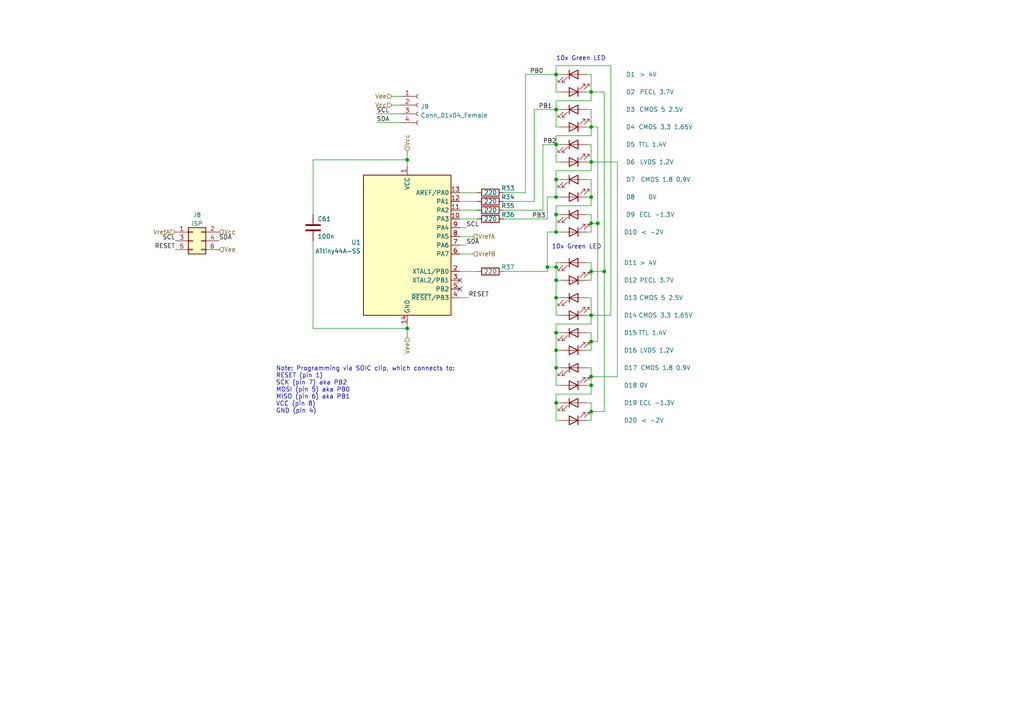
<source format=kicad_sch>
(kicad_sch (version 20230121) (generator eeschema)
  (paper "A4")
  (lib_symbols
    (symbol "Connector:Conn_01x04_Female" (pin_names (offset 1.016) hide)
      (property "Reference" "J" (at 0 5.08 0))
      (property "Value" "Conn_01x04_Female" (at 0 -7.62 0))
      (symbol "Conn_01x04_Female_1_1"
        (arc (start 0 -4.572) (mid -0.5058 -5.08) (end 0 -5.588) (stroke (width 0.1524)))
        (arc (start 0 -2.032) (mid -0.5058 -2.54) (end 0 -3.048) (stroke (width 0.1524)))
        (polyline (pts (xy -1.27 -5.08) (xy -0.508 -5.08)) (stroke (width 0.1524)))
        (polyline (pts (xy -1.27 -2.54) (xy -0.508 -2.54)) (stroke (width 0.1524)))
        (polyline (pts (xy -1.27 0) (xy -0.508 0)) (stroke (width 0.1524)))
        (polyline (pts (xy -1.27 2.54) (xy -0.508 2.54)) (stroke (width 0.1524)))
        (arc (start 0 0.508) (mid -0.5058 0) (end 0 -0.508) (stroke (width 0.1524)))
        (arc (start 0 3.048) (mid -0.5058 2.54) (end 0 2.032) (stroke (width 0.1524)))
        (pin passive line (at -5.08 2.54 0) (length 3.81) (name "Pin_1") (number "1"))
        (pin passive line (at -5.08 0 0) (length 3.81) (name "Pin_2") (number "2"))
        (pin passive line (at -5.08 -2.54 0) (length 3.81) (name "Pin_3") (number "3"))
        (pin passive line (at -5.08 -5.08 0) (length 3.81) (name "Pin_4") (number "4"))
      )
    )
    (symbol "Connector_Generic:Conn_02x03_Odd_Even" (pin_names (offset 1.016) hide)
      (property "Reference" "J" (at 1.27 5.08 0))
      (property "Value" "Conn_02x03_Odd_Even" (at 1.27 -5.08 0))
      (symbol "Conn_02x03_Odd_Even_1_1"
        (rectangle (start -1.27 -2.413) (end 0 -2.667) (stroke (width 0.1524)))
        (rectangle (start -1.27 0.127) (end 0 -0.127) (stroke (width 0.1524)))
        (rectangle (start -1.27 2.667) (end 0 2.413) (stroke (width 0.1524)))
        (rectangle (start -1.27 3.81) (end 3.81 -3.81) (stroke (width 0.254)) (fill (type background)))
        (rectangle (start 3.81 -2.413) (end 2.54 -2.667) (stroke (width 0.1524)))
        (rectangle (start 3.81 0.127) (end 2.54 -0.127) (stroke (width 0.1524)))
        (rectangle (start 3.81 2.667) (end 2.54 2.413) (stroke (width 0.1524)))
        (pin passive line (at -5.08 2.54 0) (length 3.81) (name "Pin_1") (number "1"))
        (pin passive line (at 7.62 2.54 180) (length 3.81) (name "Pin_2") (number "2"))
        (pin passive line (at -5.08 0 0) (length 3.81) (name "Pin_3") (number "3"))
        (pin passive line (at 7.62 0 180) (length 3.81) (name "Pin_4") (number "4"))
        (pin passive line (at -5.08 -2.54 0) (length 3.81) (name "Pin_5") (number "5"))
        (pin passive line (at 7.62 -2.54 180) (length 3.81) (name "Pin_6") (number "6"))
      )
    )
    (symbol "Device:C" (pin_numbers hide) (pin_names (offset 0.254))
      (property "Reference" "C" (at 0.635 2.54 0))
      (property "Value" "C" (at 0.635 -2.54 0))
      (symbol "C_0_1"
        (polyline (pts (xy -2.032 -0.762) (xy 2.032 -0.762)) (stroke (width 0.508)))
        (polyline (pts (xy -2.032 0.762) (xy 2.032 0.762)) (stroke (width 0.508)))
      )
      (symbol "C_1_1"
        (pin passive line (at 0 3.81 270) (length 2.794) (name "~") (number "1"))
        (pin passive line (at 0 -3.81 90) (length 2.794) (name "~") (number "2"))
      )
    )
    (symbol "Device:LED" (pin_numbers hide) (pin_names (offset 1.016) hide)
      (property "Reference" "D" (at 0 2.54 0))
      (property "Value" "LED" (at 0 -2.54 0))
      (symbol "LED_0_1"
        (polyline (pts (xy -1.27 -1.27) (xy -1.27 1.27)) (stroke (width 0.254)))
        (polyline (pts (xy -1.27 0) (xy 1.27 0)))
        (polyline (pts (xy 1.27 -1.27) (xy 1.27 1.27) (xy -1.27 0) (xy 1.27 -1.27)) (stroke (width 0.254)))
        (polyline (pts (xy -3.048 -0.762) (xy -4.572 -2.286) (xy -3.81 -2.286) (xy -4.572 -2.286) (xy -4.572 -1.524)))
        (polyline (pts (xy -1.778 -0.762) (xy -3.302 -2.286) (xy -2.54 -2.286) (xy -3.302 -2.286) (xy -3.302 -1.524)))
      )
      (symbol "LED_1_1"
        (pin passive line (at -3.81 0 0) (length 2.54) (name "K") (number "1"))
        (pin passive line (at 3.81 0 180) (length 2.54) (name "A") (number "2"))
      )
    )
    (symbol "Device:R" (pin_numbers hide) (pin_names (offset 0))
      (property "Reference" "R" (at 2.032 0 90))
      (property "Value" "R" (at 0 0 90))
      (symbol "R_0_1"
        (rectangle (start -1.016 -2.54) (end 1.016 2.54) (stroke (width 0.254)))
      )
      (symbol "R_1_1"
        (pin passive line (at 0 3.81 270) (length 1.27) (name "~") (number "1"))
        (pin passive line (at 0 -3.81 90) (length 1.27) (name "~") (number "2"))
      )
    )
    (symbol "MCU_Microchip_ATtiny:ATtiny44A-SS"
      (property "Reference" "U" (at -12.7 21.59 0))
      (property "Value" "ATtiny44A-SS" (at 2.54 -21.59 0))
      (symbol "ATtiny44A-SS_0_1"
        (rectangle (start -12.7 -20.32) (end 12.7 20.32) (stroke (width 0.254)) (fill (type background)))
      )
      (symbol "ATtiny44A-SS_1_1"
        (pin power_in line (at 0 22.86 270) (length 2.54) (name "VCC") (number "1"))
        (pin bidirectional line (at 15.24 7.62 180) (length 2.54) (name "PA3") (number "10"))
        (pin bidirectional line (at 15.24 10.16 180) (length 2.54) (name "PA2") (number "11"))
        (pin bidirectional line (at 15.24 12.7 180) (length 2.54) (name "PA1") (number "12"))
        (pin bidirectional line (at 15.24 15.24 180) (length 2.54) (name "AREF/PA0") (number "13"))
        (pin power_in line (at 0 -22.86 90) (length 2.54) (name "GND") (number "14"))
        (pin bidirectional line (at 15.24 -7.62 180) (length 2.54) (name "XTAL1/PB0") (number "2"))
        (pin bidirectional line (at 15.24 -10.16 180) (length 2.54) (name "XTAL2/PB1") (number "3"))
        (pin bidirectional line (at 15.24 -15.24 180) (length 2.54) (name "~{RESET}/PB3") (number "4"))
        (pin bidirectional line (at 15.24 -12.7 180) (length 2.54) (name "PB2") (number "5"))
        (pin bidirectional line (at 15.24 -2.54 180) (length 2.54) (name "PA7") (number "6"))
        (pin bidirectional line (at 15.24 0 180) (length 2.54) (name "PA6") (number "7"))
        (pin bidirectional line (at 15.24 2.54 180) (length 2.54) (name "PA5") (number "8"))
        (pin bidirectional line (at 15.24 5.08 180) (length 2.54) (name "PA4") (number "9"))
      )
    )
  )
  (junction (at 171.45 57.15))
  (junction (at 171.45 119.38))
  (junction (at 118.11 95.25))
  (junction (at 161.29 96.52))
  (junction (at 171.45 109.22))
  (junction (at 161.29 81.28))
  (junction (at 161.29 21.59))
  (junction (at 171.45 78.74))
  (junction (at 161.29 57.15))
  (junction (at 161.29 31.75))
  (junction (at 171.45 111.76))
  (junction (at 171.45 36.83))
  (junction (at 173.355 64.77))
  (junction (at 175.26 78.74))
  (junction (at 161.29 62.23))
  (junction (at 161.29 52.07))
  (junction (at 161.29 77.47))
  (junction (at 158.75 77.47))
  (junction (at 161.29 41.91))
  (junction (at 161.29 101.6))
  (junction (at 171.45 91.44))
  (junction (at 161.29 67.31))
  (junction (at 171.45 26.67))
  (junction (at 161.29 106.68))
  (junction (at 161.29 86.36))
  (junction (at 161.29 116.84))
  (junction (at 118.11 46.355))
  (junction (at 171.45 64.77))
  (junction (at 171.45 46.99))
  (junction (at 171.45 99.06))
  (no_connect (at 133.35 81.28))
  (no_connect (at 133.35 83.82))
  (wire (pts (xy 118.11 93.98) (xy 118.11 95.25)))
  (wire (pts (xy 171.45 57.15) (xy 171.45 59.69)))
  (wire (pts (xy 133.35 55.88) (xy 138.43 55.88)))
  (wire (pts (xy 171.45 67.31) (xy 170.18 67.31)))
  (wire (pts (xy 170.18 76.2) (xy 171.45 76.2)))
  (wire (pts (xy 161.29 19.05) (xy 161.29 21.59)))
  (wire (pts (xy 158.75 63.5) (xy 158.75 57.15)))
  (wire (pts (xy 171.45 78.74) (xy 175.26 78.74)))
  (wire (pts (xy 161.29 86.36) (xy 161.29 91.44)))
  (wire (pts (xy 162.56 106.68) (xy 161.29 106.68)))
  (wire (pts (xy 170.18 52.07) (xy 171.45 52.07)))
  (wire (pts (xy 171.45 91.44) (xy 171.45 93.98)))
  (wire (pts (xy 161.29 76.2) (xy 161.29 77.47)))
  (wire (pts (xy 157.48 41.91) (xy 157.48 60.96)))
  (wire (pts (xy 171.45 81.28) (xy 170.18 81.28)))
  (wire (pts (xy 171.45 99.06) (xy 171.45 101.6)))
  (wire (pts (xy 171.45 96.52) (xy 171.45 99.06)))
  (wire (pts (xy 175.26 78.74) (xy 175.26 26.67)))
  (wire (pts (xy 118.11 46.355) (xy 118.11 48.26)))
  (wire (pts (xy 113.665 30.48) (xy 116.205 30.48)))
  (wire (pts (xy 170.18 62.23) (xy 171.45 62.23)))
  (wire (pts (xy 171.45 93.98) (xy 161.29 93.98)))
  (wire (pts (xy 171.45 119.38) (xy 171.45 121.92)))
  (wire (pts (xy 146.05 58.42) (xy 154.94 58.42)))
  (wire (pts (xy 171.45 36.83) (xy 173.355 36.83)))
  (wire (pts (xy 161.29 29.21) (xy 161.29 31.75)))
  (wire (pts (xy 162.56 76.2) (xy 161.29 76.2)))
  (wire (pts (xy 90.805 46.355) (xy 90.805 62.23)))
  (wire (pts (xy 177.165 19.05) (xy 161.29 19.05)))
  (wire (pts (xy 137.16 68.58) (xy 133.35 68.58)))
  (wire (pts (xy 133.35 66.04) (xy 135.255 66.04)))
  (wire (pts (xy 171.45 91.44) (xy 170.18 91.44)))
  (wire (pts (xy 179.07 46.99) (xy 171.45 46.99)))
  (wire (pts (xy 146.05 78.74) (xy 158.75 78.74)))
  (wire (pts (xy 173.355 99.06) (xy 173.355 64.77)))
  (wire (pts (xy 161.29 114.3) (xy 161.29 116.84)))
  (wire (pts (xy 162.56 31.75) (xy 161.29 31.75)))
  (wire (pts (xy 161.29 101.6) (xy 162.56 101.6)))
  (wire (pts (xy 171.45 109.22) (xy 171.45 111.76)))
  (wire (pts (xy 90.805 69.85) (xy 90.805 95.25)))
  (wire (pts (xy 161.29 31.75) (xy 161.29 36.83)))
  (wire (pts (xy 173.355 64.77) (xy 173.355 36.83)))
  (wire (pts (xy 175.26 26.67) (xy 171.45 26.67)))
  (wire (pts (xy 162.56 41.91) (xy 161.29 41.91)))
  (wire (pts (xy 161.29 106.68) (xy 161.29 111.76)))
  (wire (pts (xy 171.45 116.84) (xy 171.45 119.38)))
  (wire (pts (xy 171.45 26.67) (xy 170.18 26.67)))
  (wire (pts (xy 171.45 106.68) (xy 171.45 109.22)))
  (wire (pts (xy 171.45 41.91) (xy 171.45 46.99)))
  (wire (pts (xy 116.205 27.94) (xy 113.665 27.94)))
  (wire (pts (xy 171.45 78.74) (xy 171.45 81.28)))
  (wire (pts (xy 170.18 86.36) (xy 171.45 86.36)))
  (wire (pts (xy 161.29 49.53) (xy 161.29 52.07)))
  (wire (pts (xy 161.29 101.6) (xy 161.29 106.68)))
  (wire (pts (xy 161.29 77.47) (xy 161.29 81.28)))
  (wire (pts (xy 171.45 64.77) (xy 171.45 67.31)))
  (wire (pts (xy 90.805 46.355) (xy 118.11 46.355)))
  (wire (pts (xy 158.75 77.47) (xy 158.75 67.31)))
  (wire (pts (xy 171.45 59.69) (xy 161.29 59.69)))
  (wire (pts (xy 175.26 119.38) (xy 171.45 119.38)))
  (wire (pts (xy 133.35 60.96) (xy 138.43 60.96)))
  (wire (pts (xy 177.165 91.44) (xy 177.165 19.05)))
  (wire (pts (xy 162.56 86.36) (xy 161.29 86.36)))
  (wire (pts (xy 171.45 99.06) (xy 173.355 99.06)))
  (wire (pts (xy 175.26 78.74) (xy 175.26 119.38)))
  (wire (pts (xy 161.29 21.59) (xy 152.4 21.59)))
  (wire (pts (xy 171.45 76.2) (xy 171.45 78.74)))
  (wire (pts (xy 171.45 121.92) (xy 170.18 121.92)))
  (wire (pts (xy 171.45 52.07) (xy 171.45 57.15)))
  (wire (pts (xy 161.29 96.52) (xy 161.29 101.6)))
  (wire (pts (xy 162.56 52.07) (xy 161.29 52.07)))
  (wire (pts (xy 171.45 57.15) (xy 170.18 57.15)))
  (wire (pts (xy 118.11 43.815) (xy 118.11 46.355)))
  (wire (pts (xy 118.11 95.25) (xy 118.11 97.79)))
  (wire (pts (xy 152.4 21.59) (xy 152.4 55.88)))
  (wire (pts (xy 161.29 116.84) (xy 161.29 121.92)))
  (wire (pts (xy 161.29 57.15) (xy 162.56 57.15)))
  (wire (pts (xy 154.94 58.42) (xy 154.94 31.75)))
  (wire (pts (xy 133.35 86.36) (xy 135.89 86.36)))
  (wire (pts (xy 158.75 77.47) (xy 161.29 77.47)))
  (wire (pts (xy 161.29 26.67) (xy 162.56 26.67)))
  (wire (pts (xy 133.35 78.74) (xy 138.43 78.74)))
  (wire (pts (xy 179.07 109.22) (xy 179.07 46.99)))
  (wire (pts (xy 171.45 101.6) (xy 170.18 101.6)))
  (wire (pts (xy 171.45 36.83) (xy 170.18 36.83)))
  (wire (pts (xy 171.45 64.77) (xy 173.355 64.77)))
  (wire (pts (xy 162.56 116.84) (xy 161.29 116.84)))
  (wire (pts (xy 161.29 111.76) (xy 162.56 111.76)))
  (wire (pts (xy 171.45 49.53) (xy 161.29 49.53)))
  (wire (pts (xy 170.18 21.59) (xy 171.45 21.59)))
  (wire (pts (xy 161.29 67.31) (xy 162.56 67.31)))
  (wire (pts (xy 171.45 31.75) (xy 171.45 36.83)))
  (wire (pts (xy 161.29 36.83) (xy 162.56 36.83)))
  (wire (pts (xy 133.35 73.66) (xy 137.16 73.66)))
  (wire (pts (xy 158.75 67.31) (xy 161.29 67.31)))
  (wire (pts (xy 146.05 63.5) (xy 158.75 63.5)))
  (wire (pts (xy 171.45 29.21) (xy 161.29 29.21)))
  (wire (pts (xy 170.18 96.52) (xy 171.45 96.52)))
  (wire (pts (xy 171.45 26.67) (xy 171.45 29.21)))
  (wire (pts (xy 138.43 63.5) (xy 133.35 63.5)))
  (wire (pts (xy 161.29 121.92) (xy 162.56 121.92)))
  (wire (pts (xy 161.29 81.28) (xy 162.56 81.28)))
  (wire (pts (xy 162.56 21.59) (xy 161.29 21.59)))
  (wire (pts (xy 109.22 33.02) (xy 116.205 33.02)))
  (wire (pts (xy 161.29 39.37) (xy 161.29 41.91)))
  (wire (pts (xy 171.45 91.44) (xy 177.165 91.44)))
  (wire (pts (xy 171.45 21.59) (xy 171.45 26.67)))
  (wire (pts (xy 171.45 114.3) (xy 161.29 114.3)))
  (wire (pts (xy 162.56 96.52) (xy 161.29 96.52)))
  (wire (pts (xy 171.45 36.83) (xy 171.45 39.37)))
  (wire (pts (xy 170.18 41.91) (xy 171.45 41.91)))
  (wire (pts (xy 171.45 46.99) (xy 171.45 49.53)))
  (wire (pts (xy 161.29 93.98) (xy 161.29 96.52)))
  (wire (pts (xy 170.18 106.68) (xy 171.45 106.68)))
  (wire (pts (xy 161.29 91.44) (xy 162.56 91.44)))
  (wire (pts (xy 157.48 41.91) (xy 161.29 41.91)))
  (wire (pts (xy 170.18 116.84) (xy 171.45 116.84)))
  (wire (pts (xy 161.29 31.75) (xy 154.94 31.75)))
  (wire (pts (xy 138.43 58.42) (xy 133.35 58.42)))
  (wire (pts (xy 146.05 60.96) (xy 157.48 60.96)))
  (wire (pts (xy 133.35 71.12) (xy 135.255 71.12)))
  (wire (pts (xy 146.05 55.88) (xy 152.4 55.88)))
  (wire (pts (xy 171.45 39.37) (xy 161.29 39.37)))
  (wire (pts (xy 171.45 109.22) (xy 179.07 109.22)))
  (wire (pts (xy 171.45 62.23) (xy 171.45 64.77)))
  (wire (pts (xy 162.56 62.23) (xy 161.29 62.23)))
  (wire (pts (xy 90.805 95.25) (xy 118.11 95.25)))
  (wire (pts (xy 161.29 62.23) (xy 161.29 67.31)))
  (wire (pts (xy 161.29 52.07) (xy 161.29 57.15)))
  (wire (pts (xy 171.45 86.36) (xy 171.45 91.44)))
  (wire (pts (xy 158.75 78.74) (xy 158.75 77.47)))
  (wire (pts (xy 161.29 46.99) (xy 162.56 46.99)))
  (wire (pts (xy 161.29 41.91) (xy 161.29 46.99)))
  (wire (pts (xy 170.18 31.75) (xy 171.45 31.75)))
  (wire (pts (xy 161.29 81.28) (xy 161.29 86.36)))
  (wire (pts (xy 158.75 57.15) (xy 161.29 57.15)))
  (wire (pts (xy 109.22 35.56) (xy 116.205 35.56)))
  (wire (pts (xy 171.45 46.99) (xy 170.18 46.99)))
  (wire (pts (xy 171.45 111.76) (xy 170.18 111.76)))
  (wire (pts (xy 161.29 21.59) (xy 161.29 26.67)))
  (wire (pts (xy 171.45 111.76) (xy 171.45 114.3)))
  (wire (pts (xy 161.29 62.23) (xy 161.29 59.69)))
  (text "Note: Programming via SOIC clip, which connects to:\nRESET (pin 1) \nSCK (pin 7) aka PB2\nMOSI (pin 5) aka PB0\nMISO (pin 6) aka PB1\nVCC (pin 8)\nGND (pin 4)" (at 80.01 120.015 0) (effects (font (size 1.27 1.27)) (justify left bottom)))
  (text "10x Green LED" (at 160.02 72.39 0) (effects (font (size 1.27 1.27)) (justify left bottom)))
  (text "10x Green LED" (at 161.29 17.78 0) (effects (font (size 1.27 1.27)) (justify left bottom)))
  (label "RESET" (at 50.8 72.39 180))
  (label "PB1" (at 156.21 31.75 0))
  (label "PB0" (at 153.67 21.59 0))
  (label "SDA" (at 63.5 69.85 0))
  (label "RESET" (at 135.89 86.36 0))
  (label "PB3" (at 154.305 63.5 0))
  (label "SDA" (at 109.22 35.56 0))
  (label "SCL" (at 135.255 66.04 0))
  (label "SCL" (at 109.22 33.02 0))
  (label "SCL" (at 50.8 69.85 180))
  (label "PB2" (at 157.48 41.91 0))
  (label "SDA" (at 135.255 71.12 0))
  (hierarchical_label "Vee" (shape input) (at 63.5 72.39 0))
  (hierarchical_label "Vcc" (shape input) (at 118.11 43.815 90))
  (hierarchical_label "VrefB" (shape input) (at 137.16 73.66 0))
  (hierarchical_label "Vcc" (shape input) (at 113.665 30.48 180))
  (hierarchical_label "VrefA" (shape input) (at 50.8 67.31 180))
  (hierarchical_label "Vcc" (shape input) (at 63.5 67.31 0))
  (hierarchical_label "Vee" (shape input) (at 113.665 27.94 180))
  (hierarchical_label "Vee" (shape input) (at 118.11 97.79 270))
  (hierarchical_label "VrefA" (shape input) (at 137.16 68.58 0))
  (symbol (lib_id "Device:LED") (at 166.37 21.59 0) (unit 1)
    (property "Reference" "D1" (at 182.88 21.59 0))
    (property "Value" "> 4V" (at 187.96 21.59 0))
    (property "Footprint" "LED_SMD:LED_0603_1608Metric" (effects hide))
  )
  (symbol (lib_id "Device:LED") (at 166.37 26.67 180) (unit 1)
    (property "Reference" "D2" (at 182.88 26.67 0))
    (property "Value" "PECL 3.7V" (at 190.5 26.67 0))
    (property "Footprint" "LED_SMD:LED_0603_1608Metric" (effects hide))
  )
  (symbol (lib_id "Device:LED") (at 166.37 31.75 0) (unit 1)
    (property "Reference" "D3" (at 182.88 31.75 0))
    (property "Value" "CMOS 5 2.5V" (at 191.77 31.75 0))
    (property "Footprint" "LED_SMD:LED_0603_1608Metric" (effects hide))
  )
  (symbol (lib_id "Device:LED") (at 166.37 36.83 180) (unit 1)
    (property "Reference" "D4" (at 182.88 36.83 0))
    (property "Value" "CMOS 3.3 1.65V" (at 193.04 36.83 0))
    (property "Footprint" "LED_SMD:LED_0603_1608Metric" (effects hide))
  )
  (symbol (lib_id "Device:LED") (at 166.37 41.91 0) (unit 1)
    (property "Reference" "D5" (at 182.88 41.91 0))
    (property "Value" "TTL 1.4V" (at 189.23 41.91 0))
    (property "Footprint" "LED_SMD:LED_0603_1608Metric" (effects hide))
  )
  (symbol (lib_id "Device:LED") (at 166.37 46.99 180) (unit 1)
    (property "Reference" "D6" (at 182.88 46.99 0))
    (property "Value" "LVDS 1.2V" (at 190.5 46.99 0))
    (property "Footprint" "LED_SMD:LED_0603_1608Metric" (effects hide))
  )
  (symbol (lib_id "Device:LED") (at 166.37 52.07 0) (unit 1)
    (property "Reference" "D7" (at 182.88 52.07 0))
    (property "Value" "CMOS 1.8 0.9V" (at 193.04 52.07 0))
    (property "Footprint" "LED_SMD:LED_0603_1608Metric" (effects hide))
  )
  (symbol (lib_id "Device:LED") (at 166.37 57.15 180) (unit 1)
    (property "Reference" "D8" (at 182.88 57.15 0))
    (property "Value" "0V" (at 189.23 57.15 0))
    (property "Footprint" "LED_SMD:LED_0603_1608Metric" (effects hide))
  )
  (symbol (lib_id "Device:LED") (at 166.37 62.23 0) (unit 1)
    (property "Reference" "D9" (at 182.88 62.23 0))
    (property "Value" "ECL -1.3V" (at 190.5 62.23 0))
    (property "Footprint" "LED_SMD:LED_0603_1608Metric" (effects hide))
  )
  (symbol (lib_id "Device:LED") (at 166.37 67.31 180) (unit 1)
    (property "Reference" "D10" (at 182.88 67.31 0))
    (property "Value" "< -2V" (at 189.23 67.31 0))
    (property "Footprint" "LED_SMD:LED_0603_1608Metric" (effects hide))
  )
  (symbol (lib_id "Device:R") (at 142.24 55.88 270) (unit 1)
    (property "Reference" "R33" (at 147.32 54.61 90))
    (property "Value" "220" (at 142.24 55.88 90))
    (property "Footprint" "Resistor_SMD:R_0603_1608Metric" (effects hide))
  )
  (symbol (lib_id "Device:R") (at 142.24 58.42 270) (unit 1)
    (property "Reference" "R34" (at 147.32 57.15 90))
    (property "Value" "220" (at 142.24 58.42 90))
    (property "Footprint" "Resistor_SMD:R_0603_1608Metric" (effects hide))
  )
  (symbol (lib_id "Device:R") (at 142.24 60.96 270) (unit 1)
    (property "Reference" "R35" (at 147.32 59.69 90))
    (property "Value" "220" (at 142.24 60.96 90))
    (property "Footprint" "Resistor_SMD:R_0603_1608Metric" (effects hide))
  )
  (symbol (lib_id "Device:R") (at 142.24 63.5 270) (unit 1)
    (property "Reference" "R36" (at 147.32 62.23 90))
    (property "Value" "220" (at 142.24 63.5 90))
    (property "Footprint" "Resistor_SMD:R_0603_1608Metric" (effects hide))
  )
  (symbol (lib_id "Device:C") (at 90.805 66.04 0) (unit 1)
    (property "Reference" "C61" (at 92.075 63.5 0) (effects (justify left)))
    (property "Value" "100n" (at 92.075 68.58 0) (effects (justify left)))
    (property "Footprint" "Capacitor_SMD:C_0603_1608Metric" (effects hide))
  )
  (symbol (lib_id "Connector:Conn_01x04_Female") (at 121.285 30.48 0) (unit 1) (on_board no)
    (property "Reference" "J9" (at 121.9962 30.9153 0) (effects (justify left)))
    (property "Value" "Conn_01x04_Female" (at 121.9962 33.4522 0) (effects (justify left)))
    (property "Footprint" "Connector_PinHeader_2.54mm:PinHeader_1x04_P2.54mm_Vertical" (effects hide))
  )
  (symbol (lib_id "MCU_Microchip_ATtiny:ATtiny44A-SS") (at 118.11 71.12 0) (unit 1)
    (property "Reference" "U1" (at 104.648 70.2853 0) (effects (justify right)))
    (property "Value" "ATtiny44A-SS" (at 104.648 72.8222 0) (effects (justify right)))
    (property "Footprint" "Package_SO:SOIC-14_3.9x8.7mm_P1.27mm" (effects hide))
    (property "Datasheet" "http://ww1.microchip.com/downloads/en/DeviceDoc/doc8183.pdf" (effects hide))
  )
  (symbol (lib_id "Device:LED") (at 166.37 76.2 0) (unit 1)
    (property "Reference" "D11" (at 182.88 76.2 0))
    (property "Value" "> 4V" (at 187.96 76.2 0))
    (property "Footprint" "LED_SMD:LED_0603_1608Metric" (effects hide))
  )
  (symbol (lib_id "Device:R") (at 142.24 78.74 270) (unit 1)
    (property "Reference" "R37" (at 147.32 77.47 90))
    (property "Value" "220" (at 142.24 78.74 90))
    (property "Footprint" "Resistor_SMD:R_0603_1608Metric" (effects hide))
  )
  (symbol (lib_id "Device:LED") (at 166.37 116.84 0) (unit 1)
    (property "Reference" "D19" (at 182.88 116.84 0))
    (property "Value" "ECL -1.3V" (at 190.5 116.84 0))
    (property "Footprint" "LED_SMD:LED_0603_1608Metric" (effects hide))
  )
  (symbol (lib_id "Connector_Generic:Conn_02x03_Odd_Even") (at 55.88 69.85 0) (unit 1)
    (property "Reference" "J8" (at 57.15 62.3402 0))
    (property "Value" "ISP" (at 57.15 64.8771 0))
    (property "Footprint" "Connector_PinHeader_2.54mm:PinHeader_2x03_P2.54mm_Vertical" (effects hide))
  )
  (symbol (lib_id "Device:LED") (at 166.37 101.6 180) (unit 1)
    (property "Reference" "D16" (at 182.88 101.6 0))
    (property "Value" "LVDS 1.2V" (at 190.5 101.6 0))
    (property "Footprint" "LED_SMD:LED_0603_1608Metric" (effects hide))
  )
  (symbol (lib_id "Device:LED") (at 166.37 81.28 180) (unit 1)
    (property "Reference" "D12" (at 182.88 81.28 0))
    (property "Value" "PECL 3.7V" (at 190.5 81.28 0))
    (property "Footprint" "LED_SMD:LED_0603_1608Metric" (effects hide))
  )
  (symbol (lib_id "Device:LED") (at 166.37 111.76 180) (unit 1)
    (property "Reference" "D18" (at 182.88 111.76 0))
    (property "Value" "0V" (at 186.69 111.76 0))
    (property "Footprint" "LED_SMD:LED_0603_1608Metric" (effects hide))
  )
  (symbol (lib_id "Device:LED") (at 166.37 106.68 0) (unit 1)
    (property "Reference" "D17" (at 182.88 106.68 0))
    (property "Value" "CMOS 1.8 0.9V" (at 193.04 106.68 0))
    (property "Footprint" "LED_SMD:LED_0603_1608Metric" (effects hide))
  )
  (symbol (lib_id "Device:LED") (at 166.37 86.36 0) (unit 1)
    (property "Reference" "D13" (at 182.88 86.36 0))
    (property "Value" "CMOS 5 2.5V" (at 191.77 86.36 0))
    (property "Footprint" "LED_SMD:LED_0603_1608Metric" (effects hide))
  )
  (symbol (lib_id "Device:LED") (at 166.37 121.92 180) (unit 1)
    (property "Reference" "D20" (at 182.88 121.92 0))
    (property "Value" "< -2V" (at 189.23 121.92 0))
    (property "Footprint" "LED_SMD:LED_0603_1608Metric" (effects hide))
  )
  (symbol (lib_id "Device:LED") (at 166.37 96.52 0) (unit 1)
    (property "Reference" "D15" (at 182.88 96.52 0))
    (property "Value" "TTL 1.4V" (at 189.23 96.52 0))
    (property "Footprint" "LED_SMD:LED_0603_1608Metric" (effects hide))
  )
  (symbol (lib_id "Device:LED") (at 166.37 91.44 180) (unit 1)
    (property "Reference" "D14" (at 182.88 91.44 0))
    (property "Value" "CMOS 3.3 1.65V" (at 193.04 91.44 0))
    (property "Footprint" "LED_SMD:LED_0603_1608Metric" (effects hide))
  )
)
</source>
